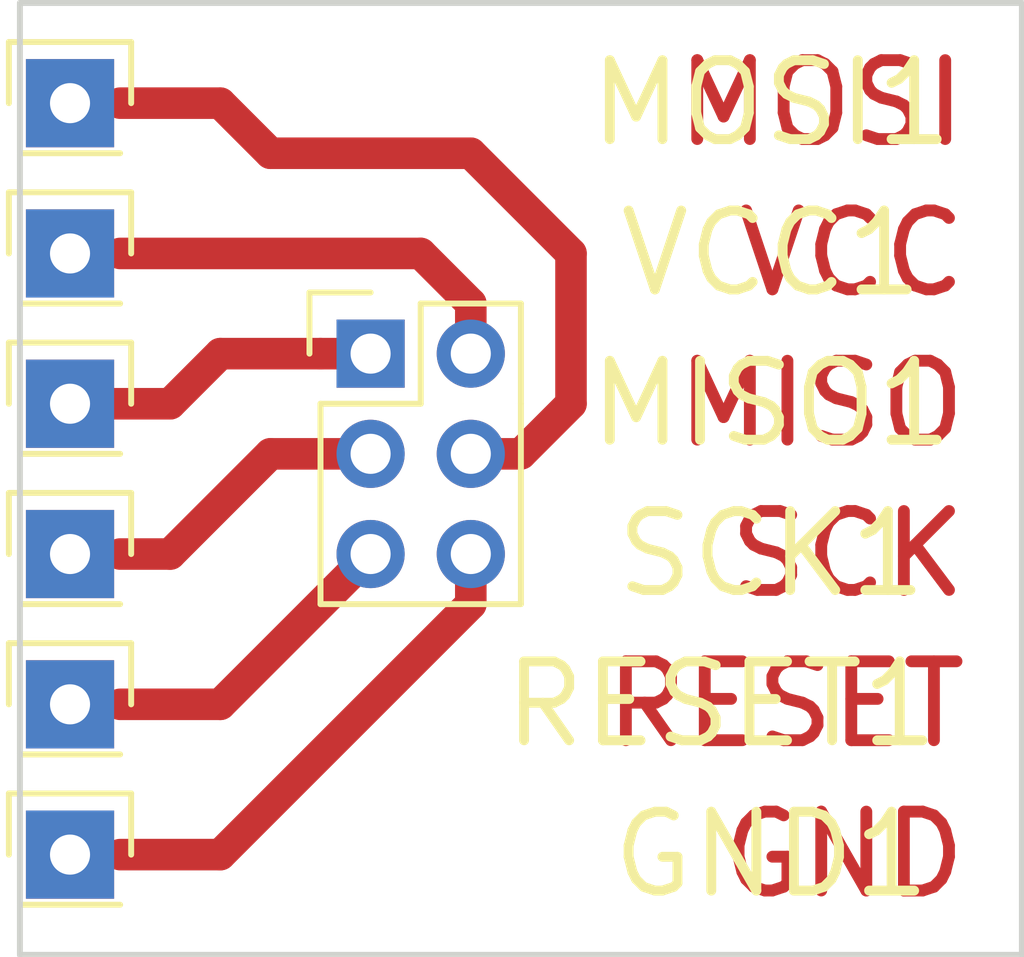
<source format=kicad_pcb>
(kicad_pcb (version 4) (host pcbnew 4.0.1-stable)

  (general
    (links 6)
    (no_connects 5)
    (area 130.781667 98.984999 165.175001 123.265001)
    (thickness 1.6)
    (drawings 10)
    (tracks 22)
    (zones 0)
    (modules 7)
    (nets 7)
  )

  (page A4)
  (layers
    (0 F.Cu signal)
    (31 B.Cu signal)
    (32 B.Adhes user)
    (33 F.Adhes user)
    (34 B.Paste user)
    (35 F.Paste user)
    (36 B.SilkS user)
    (37 F.SilkS user)
    (38 B.Mask user)
    (39 F.Mask user)
    (40 Dwgs.User user)
    (41 Cmts.User user)
    (42 Eco1.User user)
    (43 Eco2.User user)
    (44 Edge.Cuts user)
    (45 Margin user)
    (46 B.CrtYd user)
    (47 F.CrtYd user)
    (48 B.Fab user)
    (49 F.Fab user)
  )

  (setup
    (last_trace_width 0.8)
    (user_trace_width 0.2)
    (user_trace_width 0.3)
    (user_trace_width 0.4)
    (user_trace_width 0.5)
    (user_trace_width 0.6)
    (user_trace_width 0.7)
    (user_trace_width 0.8)
    (user_trace_width 0.9)
    (trace_clearance 0.2)
    (zone_clearance 0.2)
    (zone_45_only no)
    (trace_min 0.2)
    (segment_width 0.2)
    (edge_width 0.15)
    (via_size 0.6)
    (via_drill 0.4)
    (via_min_size 0.4)
    (via_min_drill 0.3)
    (uvia_size 0.3)
    (uvia_drill 0.1)
    (uvias_allowed no)
    (uvia_min_size 0.2)
    (uvia_min_drill 0.1)
    (pcb_text_width 0.3)
    (pcb_text_size 1.5 1.5)
    (mod_edge_width 0.15)
    (mod_text_size 1 1)
    (mod_text_width 0.15)
    (pad_size 1.524 1.524)
    (pad_drill 0.762)
    (pad_to_mask_clearance 0.2)
    (aux_axis_origin 0 0)
    (visible_elements FFFFFF7F)
    (pcbplotparams
      (layerselection 0x01000_00000001)
      (usegerberextensions false)
      (excludeedgelayer true)
      (linewidth 0.100000)
      (plotframeref false)
      (viasonmask false)
      (mode 1)
      (useauxorigin false)
      (hpglpennumber 1)
      (hpglpenspeed 20)
      (hpglpendiameter 15)
      (hpglpenoverlay 2)
      (psnegative false)
      (psa4output false)
      (plotreference false)
      (plotvalue false)
      (plotinvisibletext false)
      (padsonsilk false)
      (subtractmaskfromsilk false)
      (outputformat 1)
      (mirror false)
      (drillshape 0)
      (scaleselection 1)
      (outputdirectory ""))
  )

  (net 0 "")
  (net 1 "Net-(GND1-Pad1)")
  (net 2 "Net-(MISO1-Pad1)")
  (net 3 "Net-(MOSI1-Pad1)")
  (net 4 "Net-(P1-Pad2)")
  (net 5 "Net-(P1-Pad3)")
  (net 6 "Net-(P1-Pad5)")

  (net_class Default "This is the default net class."
    (clearance 0.2)
    (trace_width 0.25)
    (via_dia 0.6)
    (via_drill 0.4)
    (uvia_dia 0.3)
    (uvia_drill 0.1)
    (add_net "Net-(GND1-Pad1)")
    (add_net "Net-(MISO1-Pad1)")
    (add_net "Net-(MOSI1-Pad1)")
    (add_net "Net-(P1-Pad2)")
    (add_net "Net-(P1-Pad3)")
    (add_net "Net-(P1-Pad5)")
  )

  (module Pin_Headers:Pin_Header_Straight_1x01 (layer F.Cu) (tedit 58682E62) (tstamp 58682A6A)
    (at 140.97 120.65)
    (descr "Through hole pin header")
    (tags "pin header")
    (path /58682804)
    (fp_text reference GND1 (at 17.78 0) (layer F.SilkS)
      (effects (font (size 2 2) (thickness 0.25)))
    )
    (fp_text value CONN_01X01 (at -6.35 0) (layer F.Fab) hide
      (effects (font (size 1 1) (thickness 0.15)))
    )
    (fp_line (start 1.55 -1.55) (end 1.55 0) (layer F.SilkS) (width 0.15))
    (fp_line (start -1.75 -1.75) (end -1.75 1.75) (layer F.CrtYd) (width 0.05))
    (fp_line (start 1.75 -1.75) (end 1.75 1.75) (layer F.CrtYd) (width 0.05))
    (fp_line (start -1.75 -1.75) (end 1.75 -1.75) (layer F.CrtYd) (width 0.05))
    (fp_line (start -1.75 1.75) (end 1.75 1.75) (layer F.CrtYd) (width 0.05))
    (fp_line (start -1.55 0) (end -1.55 -1.55) (layer F.SilkS) (width 0.15))
    (fp_line (start -1.55 -1.55) (end 1.55 -1.55) (layer F.SilkS) (width 0.15))
    (fp_line (start -1.27 1.27) (end 1.27 1.27) (layer F.SilkS) (width 0.15))
    (pad 1 thru_hole rect (at 0 0) (size 2.2352 2.2352) (drill 1.016) (layers *.Cu *.Mask)
      (net 1 "Net-(GND1-Pad1)"))
    (model Pin_Headers.3dshapes/Pin_Header_Straight_1x01.wrl
      (at (xyz 0 0 0))
      (scale (xyz 1 1 1))
      (rotate (xyz 0 0 90))
    )
  )

  (module Pin_Headers:Pin_Header_Straight_1x01 (layer F.Cu) (tedit 58682E58) (tstamp 58682A6F)
    (at 140.97 109.22)
    (descr "Through hole pin header")
    (tags "pin header")
    (path /5868282D)
    (fp_text reference MISO1 (at 17.78 0) (layer F.SilkS)
      (effects (font (size 2 2) (thickness 0.25)))
    )
    (fp_text value CONN_01X01 (at -6.35 0) (layer F.Fab) hide
      (effects (font (size 1 1) (thickness 0.15)))
    )
    (fp_line (start 1.55 -1.55) (end 1.55 0) (layer F.SilkS) (width 0.15))
    (fp_line (start -1.75 -1.75) (end -1.75 1.75) (layer F.CrtYd) (width 0.05))
    (fp_line (start 1.75 -1.75) (end 1.75 1.75) (layer F.CrtYd) (width 0.05))
    (fp_line (start -1.75 -1.75) (end 1.75 -1.75) (layer F.CrtYd) (width 0.05))
    (fp_line (start -1.75 1.75) (end 1.75 1.75) (layer F.CrtYd) (width 0.05))
    (fp_line (start -1.55 0) (end -1.55 -1.55) (layer F.SilkS) (width 0.15))
    (fp_line (start -1.55 -1.55) (end 1.55 -1.55) (layer F.SilkS) (width 0.15))
    (fp_line (start -1.27 1.27) (end 1.27 1.27) (layer F.SilkS) (width 0.15))
    (pad 1 thru_hole rect (at 0 0) (size 2.2352 2.2352) (drill 1.016) (layers *.Cu *.Mask)
      (net 2 "Net-(MISO1-Pad1)"))
    (model Pin_Headers.3dshapes/Pin_Header_Straight_1x01.wrl
      (at (xyz 0 0 0))
      (scale (xyz 1 1 1))
      (rotate (xyz 0 0 90))
    )
  )

  (module Pin_Headers:Pin_Header_Straight_1x01 (layer F.Cu) (tedit 586831E7) (tstamp 58682A74)
    (at 140.97 101.6)
    (descr "Through hole pin header")
    (tags "pin header")
    (path /586827E0)
    (fp_text reference MOSI1 (at 17.78 0) (layer F.SilkS)
      (effects (font (size 2 2) (thickness 0.25)))
    )
    (fp_text value CONN_01X01 (at -6.35 0) (layer F.Fab) hide
      (effects (font (size 1 1) (thickness 0.15)))
    )
    (fp_line (start 1.55 -1.55) (end 1.55 0) (layer F.SilkS) (width 0.15))
    (fp_line (start -1.75 -1.75) (end -1.75 1.75) (layer F.CrtYd) (width 0.05))
    (fp_line (start 1.75 -1.75) (end 1.75 1.75) (layer F.CrtYd) (width 0.05))
    (fp_line (start -1.75 -1.75) (end 1.75 -1.75) (layer F.CrtYd) (width 0.05))
    (fp_line (start -1.75 1.75) (end 1.75 1.75) (layer F.CrtYd) (width 0.05))
    (fp_line (start -1.55 0) (end -1.55 -1.55) (layer F.SilkS) (width 0.15))
    (fp_line (start -1.55 -1.55) (end 1.55 -1.55) (layer F.SilkS) (width 0.15))
    (fp_line (start -1.27 1.27) (end 1.27 1.27) (layer F.SilkS) (width 0.15))
    (pad 1 thru_hole rect (at 0 0) (size 2.2352 2.2352) (drill 1.016) (layers *.Cu *.Mask)
      (net 3 "Net-(MOSI1-Pad1)"))
    (model Pin_Headers.3dshapes/Pin_Header_Straight_1x01.wrl
      (at (xyz 0 0 0))
      (scale (xyz 1 1 1))
      (rotate (xyz 0 0 90))
    )
  )

  (module Pin_Headers:Pin_Header_Straight_2x03 (layer F.Cu) (tedit 58682DD9) (tstamp 58682A7E)
    (at 148.59 107.95)
    (descr "Through hole pin header")
    (tags "pin header")
    (path /58682658)
    (fp_text reference P1 (at 0 -6.35) (layer F.SilkS) hide
      (effects (font (size 1 1) (thickness 0.15)))
    )
    (fp_text value CONN_02X03 (at 0 -3.1) (layer F.Fab) hide
      (effects (font (size 1 1) (thickness 0.15)))
    )
    (fp_line (start -1.27 1.27) (end -1.27 6.35) (layer F.SilkS) (width 0.15))
    (fp_line (start -1.55 -1.55) (end 0 -1.55) (layer F.SilkS) (width 0.15))
    (fp_line (start -1.75 -1.75) (end -1.75 6.85) (layer F.CrtYd) (width 0.05))
    (fp_line (start 4.3 -1.75) (end 4.3 6.85) (layer F.CrtYd) (width 0.05))
    (fp_line (start -1.75 -1.75) (end 4.3 -1.75) (layer F.CrtYd) (width 0.05))
    (fp_line (start -1.75 6.85) (end 4.3 6.85) (layer F.CrtYd) (width 0.05))
    (fp_line (start 1.27 -1.27) (end 1.27 1.27) (layer F.SilkS) (width 0.15))
    (fp_line (start 1.27 1.27) (end -1.27 1.27) (layer F.SilkS) (width 0.15))
    (fp_line (start -1.27 6.35) (end 3.81 6.35) (layer F.SilkS) (width 0.15))
    (fp_line (start 3.81 6.35) (end 3.81 1.27) (layer F.SilkS) (width 0.15))
    (fp_line (start -1.55 -1.55) (end -1.55 0) (layer F.SilkS) (width 0.15))
    (fp_line (start 3.81 -1.27) (end 1.27 -1.27) (layer F.SilkS) (width 0.15))
    (fp_line (start 3.81 1.27) (end 3.81 -1.27) (layer F.SilkS) (width 0.15))
    (pad 1 thru_hole rect (at 0 0) (size 1.7272 1.7272) (drill 1.016) (layers *.Cu *.Mask)
      (net 2 "Net-(MISO1-Pad1)"))
    (pad 2 thru_hole oval (at 2.54 0) (size 1.7272 1.7272) (drill 1.016) (layers *.Cu *.Mask)
      (net 4 "Net-(P1-Pad2)"))
    (pad 3 thru_hole oval (at 0 2.54) (size 1.7272 1.7272) (drill 1.016) (layers *.Cu *.Mask)
      (net 5 "Net-(P1-Pad3)"))
    (pad 4 thru_hole oval (at 2.54 2.54) (size 1.7272 1.7272) (drill 1.016) (layers *.Cu *.Mask)
      (net 3 "Net-(MOSI1-Pad1)"))
    (pad 5 thru_hole oval (at 0 5.08) (size 1.7272 1.7272) (drill 1.016) (layers *.Cu *.Mask)
      (net 6 "Net-(P1-Pad5)"))
    (pad 6 thru_hole oval (at 2.54 5.08) (size 1.7272 1.7272) (drill 1.016) (layers *.Cu *.Mask)
      (net 1 "Net-(GND1-Pad1)"))
    (model Pin_Headers.3dshapes/Pin_Header_Straight_2x03.wrl
      (at (xyz 0.05 -0.1 0))
      (scale (xyz 1 1 1))
      (rotate (xyz 0 0 90))
    )
  )

  (module Pin_Headers:Pin_Header_Straight_1x01 (layer F.Cu) (tedit 58682E5F) (tstamp 58682A83)
    (at 140.97 116.84)
    (descr "Through hole pin header")
    (tags "pin header")
    (path /58682889)
    (fp_text reference RESET1 (at 16.51 0) (layer F.SilkS)
      (effects (font (size 2 2) (thickness 0.25)))
    )
    (fp_text value CONN_01X01 (at -6.35 0) (layer F.Fab) hide
      (effects (font (size 1 1) (thickness 0.15)))
    )
    (fp_line (start 1.55 -1.55) (end 1.55 0) (layer F.SilkS) (width 0.15))
    (fp_line (start -1.75 -1.75) (end -1.75 1.75) (layer F.CrtYd) (width 0.05))
    (fp_line (start 1.75 -1.75) (end 1.75 1.75) (layer F.CrtYd) (width 0.05))
    (fp_line (start -1.75 -1.75) (end 1.75 -1.75) (layer F.CrtYd) (width 0.05))
    (fp_line (start -1.75 1.75) (end 1.75 1.75) (layer F.CrtYd) (width 0.05))
    (fp_line (start -1.55 0) (end -1.55 -1.55) (layer F.SilkS) (width 0.15))
    (fp_line (start -1.55 -1.55) (end 1.55 -1.55) (layer F.SilkS) (width 0.15))
    (fp_line (start -1.27 1.27) (end 1.27 1.27) (layer F.SilkS) (width 0.15))
    (pad 1 thru_hole rect (at 0 0) (size 2.2352 2.2352) (drill 1.016) (layers *.Cu *.Mask)
      (net 6 "Net-(P1-Pad5)"))
    (model Pin_Headers.3dshapes/Pin_Header_Straight_1x01.wrl
      (at (xyz 0 0 0))
      (scale (xyz 1 1 1))
      (rotate (xyz 0 0 90))
    )
  )

  (module Pin_Headers:Pin_Header_Straight_1x01 (layer F.Cu) (tedit 58682E5B) (tstamp 58682A88)
    (at 140.97 113.03)
    (descr "Through hole pin header")
    (tags "pin header")
    (path /5868285B)
    (fp_text reference SCK1 (at 17.78 0) (layer F.SilkS)
      (effects (font (size 2 2) (thickness 0.25)))
    )
    (fp_text value CONN_01X01 (at -6.35 0) (layer F.Fab) hide
      (effects (font (size 1 1) (thickness 0.15)))
    )
    (fp_line (start 1.55 -1.55) (end 1.55 0) (layer F.SilkS) (width 0.15))
    (fp_line (start -1.75 -1.75) (end -1.75 1.75) (layer F.CrtYd) (width 0.05))
    (fp_line (start 1.75 -1.75) (end 1.75 1.75) (layer F.CrtYd) (width 0.05))
    (fp_line (start -1.75 -1.75) (end 1.75 -1.75) (layer F.CrtYd) (width 0.05))
    (fp_line (start -1.75 1.75) (end 1.75 1.75) (layer F.CrtYd) (width 0.05))
    (fp_line (start -1.55 0) (end -1.55 -1.55) (layer F.SilkS) (width 0.15))
    (fp_line (start -1.55 -1.55) (end 1.55 -1.55) (layer F.SilkS) (width 0.15))
    (fp_line (start -1.27 1.27) (end 1.27 1.27) (layer F.SilkS) (width 0.15))
    (pad 1 thru_hole rect (at 0 0) (size 2.2352 2.2352) (drill 1.016) (layers *.Cu *.Mask)
      (net 5 "Net-(P1-Pad3)"))
    (model Pin_Headers.3dshapes/Pin_Header_Straight_1x01.wrl
      (at (xyz 0 0 0))
      (scale (xyz 1 1 1))
      (rotate (xyz 0 0 90))
    )
  )

  (module Pin_Headers:Pin_Header_Straight_1x01 (layer F.Cu) (tedit 58682E74) (tstamp 58682A8D)
    (at 140.97 105.41)
    (descr "Through hole pin header")
    (tags "pin header")
    (path /586827AF)
    (fp_text reference VCC1 (at 17.78 0) (layer F.SilkS)
      (effects (font (size 2 2) (thickness 0.25)))
    )
    (fp_text value CONN_01X01 (at -6.35 0) (layer F.Fab) hide
      (effects (font (size 1 1) (thickness 0.15)))
    )
    (fp_line (start 1.55 -1.55) (end 1.55 0) (layer F.SilkS) (width 0.15))
    (fp_line (start -1.75 -1.75) (end -1.75 1.75) (layer F.CrtYd) (width 0.05))
    (fp_line (start 1.75 -1.75) (end 1.75 1.75) (layer F.CrtYd) (width 0.05))
    (fp_line (start -1.75 -1.75) (end 1.75 -1.75) (layer F.CrtYd) (width 0.05))
    (fp_line (start -1.75 1.75) (end 1.75 1.75) (layer F.CrtYd) (width 0.05))
    (fp_line (start -1.55 0) (end -1.55 -1.55) (layer F.SilkS) (width 0.15))
    (fp_line (start -1.55 -1.55) (end 1.55 -1.55) (layer F.SilkS) (width 0.15))
    (fp_line (start -1.27 1.27) (end 1.27 1.27) (layer F.SilkS) (width 0.15))
    (pad 1 thru_hole rect (at 0 0) (size 2.2352 2.2352) (drill 1.016) (layers *.Cu *.Mask)
      (net 4 "Net-(P1-Pad2)"))
    (model Pin_Headers.3dshapes/Pin_Header_Straight_1x01.wrl
      (at (xyz 0 0 0))
      (scale (xyz 1 1 1))
      (rotate (xyz 0 0 90))
    )
  )

  (gr_text GND (at 163.83 120.65) (layer F.Cu) (tstamp 58683345)
    (effects (font (size 2 2) (thickness 0.3)) (justify right))
  )
  (gr_text RESET (at 163.83 116.84) (layer F.Cu) (tstamp 58683344)
    (effects (font (size 2 2) (thickness 0.3)) (justify right))
  )
  (gr_text SCK (at 163.83 113.03) (layer F.Cu) (tstamp 58683343)
    (effects (font (size 2 2) (thickness 0.3)) (justify right))
  )
  (gr_text MISO (at 163.83 109.22) (layer F.Cu) (tstamp 58683341)
    (effects (font (size 2 2) (thickness 0.3)) (justify right))
  )
  (gr_text VCC (at 163.83 105.41) (layer F.Cu) (tstamp 5868333E)
    (effects (font (size 2 2) (thickness 0.3)) (justify right))
  )
  (gr_text MOSI (at 163.83 101.6) (layer F.Cu)
    (effects (font (size 2 2) (thickness 0.3)) (justify right))
  )
  (gr_line (start 139.7 123.19) (end 139.7 99.06) (layer Edge.Cuts) (width 0.15))
  (gr_line (start 165.1 123.19) (end 139.7 123.19) (layer Edge.Cuts) (width 0.15))
  (gr_line (start 165.1 99.06) (end 165.1 123.19) (layer Edge.Cuts) (width 0.15))
  (gr_line (start 139.7 99.06) (end 165.1 99.06) (layer Edge.Cuts) (width 0.15))

  (segment (start 151.13 114.3) (end 144.78 120.65) (width 0.8) (layer F.Cu) (net 1))
  (segment (start 144.78 120.65) (end 142.24 120.65) (width 0.8) (layer F.Cu) (net 1))
  (segment (start 151.13 113.03) (end 151.13 114.3) (width 0.8) (layer F.Cu) (net 1))
  (segment (start 147.32 107.95) (end 148.59 107.95) (width 0.8) (layer F.Cu) (net 2))
  (segment (start 144.78 107.95) (end 143.51 109.22) (width 0.8) (layer F.Cu) (net 2))
  (segment (start 143.51 109.22) (end 140.97 109.22) (width 0.8) (layer F.Cu) (net 2))
  (segment (start 147.32 107.95) (end 144.78 107.95) (width 0.8) (layer F.Cu) (net 2))
  (segment (start 146.05 102.87) (end 144.78 101.6) (width 0.8) (layer F.Cu) (net 3))
  (segment (start 144.78 101.6) (end 142.24 101.6) (width 0.8) (layer F.Cu) (net 3))
  (segment (start 151.13 102.87) (end 146.05 102.87) (width 0.8) (layer F.Cu) (net 3))
  (segment (start 153.67 105.41) (end 151.13 102.87) (width 0.8) (layer F.Cu) (net 3))
  (segment (start 153.67 109.22) (end 153.67 105.41) (width 0.8) (layer F.Cu) (net 3))
  (segment (start 152.4 110.49) (end 153.67 109.22) (width 0.8) (layer F.Cu) (net 3))
  (segment (start 151.13 110.49) (end 152.4 110.49) (width 0.8) (layer F.Cu) (net 3))
  (segment (start 151.13 106.68) (end 149.86 105.41) (width 0.8) (layer F.Cu) (net 4))
  (segment (start 149.86 105.41) (end 142.24 105.41) (width 0.8) (layer F.Cu) (net 4))
  (segment (start 151.13 107.95) (end 151.13 106.68) (width 0.8) (layer F.Cu) (net 4))
  (segment (start 143.51 113.03) (end 142.24 113.03) (width 0.8) (layer F.Cu) (net 5))
  (segment (start 146.05 110.49) (end 143.51 113.03) (width 0.8) (layer F.Cu) (net 5))
  (segment (start 148.59 110.49) (end 146.05 110.49) (width 0.8) (layer F.Cu) (net 5))
  (segment (start 142.24 116.84) (end 144.78 116.84) (width 0.8) (layer F.Cu) (net 6))
  (segment (start 144.78 116.84) (end 148.59 113.03) (width 0.8) (layer F.Cu) (net 6))

  (zone (net 1) (net_name "Net-(GND1-Pad1)") (layer F.Cu) (tstamp 0) (hatch edge 0.508)
    (connect_pads (clearance 0.2))
    (min_thickness 0.254)
    (fill (arc_segments 16) (thermal_gap 0.508) (thermal_bridge_width 0.508))
    (polygon
      (pts
        (xy 139.7 99.06) (xy 165.1 99.06) (xy 165.1 123.19) (xy 139.7 123.19)
      )
    )
  )
)

</source>
